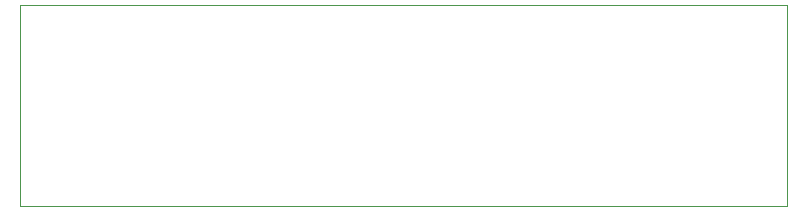
<source format=gbr>
%TF.GenerationSoftware,KiCad,Pcbnew,8.0.6*%
%TF.CreationDate,2024-11-04T20:56:58+05:30*%
%TF.ProjectId,power_supply_kicad,706f7765-725f-4737-9570-706c795f6b69,rev?*%
%TF.SameCoordinates,Original*%
%TF.FileFunction,Profile,NP*%
%FSLAX46Y46*%
G04 Gerber Fmt 4.6, Leading zero omitted, Abs format (unit mm)*
G04 Created by KiCad (PCBNEW 8.0.6) date 2024-11-04 20:56:58*
%MOMM*%
%LPD*%
G01*
G04 APERTURE LIST*
%TA.AperFunction,Profile*%
%ADD10C,0.050000*%
%TD*%
G04 APERTURE END LIST*
D10*
X111000000Y-52500000D02*
X176000000Y-52500000D01*
X176000000Y-69500000D01*
X111000000Y-69500000D01*
X111000000Y-52500000D01*
M02*

</source>
